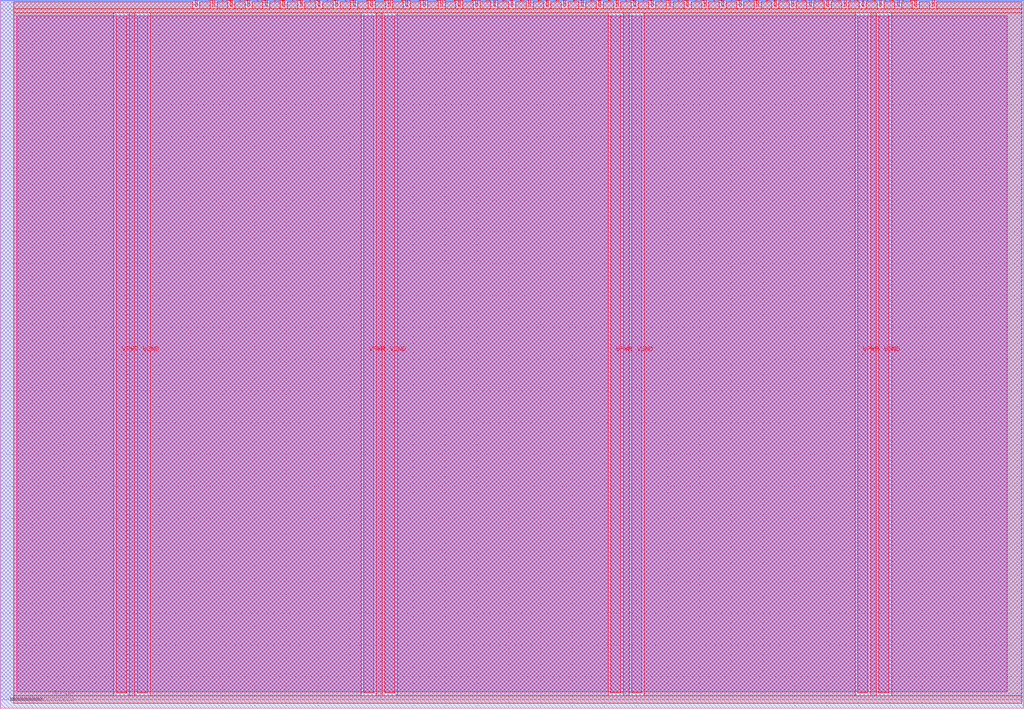
<source format=lef>
VERSION 5.7 ;
  NOWIREEXTENSIONATPIN ON ;
  DIVIDERCHAR "/" ;
  BUSBITCHARS "[]" ;
MACRO tt_um_dlmiles_dffram32x8_2r1w
  CLASS BLOCK ;
  FOREIGN tt_um_dlmiles_dffram32x8_2r1w ;
  ORIGIN 0.000 0.000 ;
  SIZE 161.000 BY 111.520 ;
  PIN VGND
    DIRECTION INOUT ;
    USE GROUND ;
    PORT
      LAYER met4 ;
        RECT 21.580 2.480 23.180 109.040 ;
    END
    PORT
      LAYER met4 ;
        RECT 60.450 2.480 62.050 109.040 ;
    END
    PORT
      LAYER met4 ;
        RECT 99.320 2.480 100.920 109.040 ;
    END
    PORT
      LAYER met4 ;
        RECT 138.190 2.480 139.790 109.040 ;
    END
  END VGND
  PIN VPWR
    DIRECTION INOUT ;
    USE POWER ;
    PORT
      LAYER met4 ;
        RECT 18.280 2.480 19.880 109.040 ;
    END
    PORT
      LAYER met4 ;
        RECT 57.150 2.480 58.750 109.040 ;
    END
    PORT
      LAYER met4 ;
        RECT 96.020 2.480 97.620 109.040 ;
    END
    PORT
      LAYER met4 ;
        RECT 134.890 2.480 136.490 109.040 ;
    END
  END VPWR
  PIN clk
    DIRECTION INPUT ;
    USE SIGNAL ;
    ANTENNAGATEAREA 0.852000 ;
    PORT
      LAYER met4 ;
        RECT 143.830 110.520 144.130 111.520 ;
    END
  END clk
  PIN ena
    DIRECTION INPUT ;
    USE SIGNAL ;
    PORT
      LAYER met4 ;
        RECT 146.590 110.520 146.890 111.520 ;
    END
  END ena
  PIN rst_n
    DIRECTION INPUT ;
    USE SIGNAL ;
    ANTENNAGATEAREA 0.196500 ;
    ANTENNADIFFAREA 0.434700 ;
    PORT
      LAYER met4 ;
        RECT 141.070 110.520 141.370 111.520 ;
    END
  END rst_n
  PIN ui_in[0]
    DIRECTION INPUT ;
    USE SIGNAL ;
    ANTENNAGATEAREA 0.196500 ;
    ANTENNADIFFAREA 0.434700 ;
    PORT
      LAYER met4 ;
        RECT 138.310 110.520 138.610 111.520 ;
    END
  END ui_in[0]
  PIN ui_in[1]
    DIRECTION INPUT ;
    USE SIGNAL ;
    ANTENNAGATEAREA 0.196500 ;
    PORT
      LAYER met4 ;
        RECT 135.550 110.520 135.850 111.520 ;
    END
  END ui_in[1]
  PIN ui_in[2]
    DIRECTION INPUT ;
    USE SIGNAL ;
    ANTENNAGATEAREA 0.196500 ;
    ANTENNADIFFAREA 0.434700 ;
    PORT
      LAYER met4 ;
        RECT 132.790 110.520 133.090 111.520 ;
    END
  END ui_in[2]
  PIN ui_in[3]
    DIRECTION INPUT ;
    USE SIGNAL ;
    ANTENNAGATEAREA 0.196500 ;
    PORT
      LAYER met4 ;
        RECT 130.030 110.520 130.330 111.520 ;
    END
  END ui_in[3]
  PIN ui_in[4]
    DIRECTION INPUT ;
    USE SIGNAL ;
    ANTENNAGATEAREA 0.213000 ;
    ANTENNADIFFAREA 0.434700 ;
    PORT
      LAYER met4 ;
        RECT 127.270 110.520 127.570 111.520 ;
    END
  END ui_in[4]
  PIN ui_in[5]
    DIRECTION INPUT ;
    USE SIGNAL ;
    ANTENNAGATEAREA 0.196500 ;
    ANTENNADIFFAREA 0.434700 ;
    PORT
      LAYER met4 ;
        RECT 124.510 110.520 124.810 111.520 ;
    END
  END ui_in[5]
  PIN ui_in[6]
    DIRECTION INPUT ;
    USE SIGNAL ;
    ANTENNAGATEAREA 0.196500 ;
    ANTENNADIFFAREA 0.434700 ;
    PORT
      LAYER met4 ;
        RECT 121.750 110.520 122.050 111.520 ;
    END
  END ui_in[6]
  PIN ui_in[7]
    DIRECTION INPUT ;
    USE SIGNAL ;
    ANTENNAGATEAREA 0.213000 ;
    ANTENNADIFFAREA 0.434700 ;
    PORT
      LAYER met4 ;
        RECT 118.990 110.520 119.290 111.520 ;
    END
  END ui_in[7]
  PIN uio_in[0]
    DIRECTION INPUT ;
    USE SIGNAL ;
    ANTENNAGATEAREA 0.126000 ;
    ANTENNADIFFAREA 0.434700 ;
    PORT
      LAYER met4 ;
        RECT 116.230 110.520 116.530 111.520 ;
    END
  END uio_in[0]
  PIN uio_in[1]
    DIRECTION INPUT ;
    USE SIGNAL ;
    ANTENNAGATEAREA 0.126000 ;
    PORT
      LAYER met4 ;
        RECT 113.470 110.520 113.770 111.520 ;
    END
  END uio_in[1]
  PIN uio_in[2]
    DIRECTION INPUT ;
    USE SIGNAL ;
    ANTENNAGATEAREA 0.126000 ;
    PORT
      LAYER met4 ;
        RECT 110.710 110.520 111.010 111.520 ;
    END
  END uio_in[2]
  PIN uio_in[3]
    DIRECTION INPUT ;
    USE SIGNAL ;
    ANTENNAGATEAREA 0.213000 ;
    PORT
      LAYER met4 ;
        RECT 107.950 110.520 108.250 111.520 ;
    END
  END uio_in[3]
  PIN uio_in[4]
    DIRECTION INPUT ;
    USE SIGNAL ;
    ANTENNAGATEAREA 0.213000 ;
    PORT
      LAYER met4 ;
        RECT 105.190 110.520 105.490 111.520 ;
    END
  END uio_in[4]
  PIN uio_in[5]
    DIRECTION INPUT ;
    USE SIGNAL ;
    ANTENNAGATEAREA 0.159000 ;
    ANTENNADIFFAREA 0.434700 ;
    PORT
      LAYER met4 ;
        RECT 102.430 110.520 102.730 111.520 ;
    END
  END uio_in[5]
  PIN uio_in[6]
    DIRECTION INPUT ;
    USE SIGNAL ;
    ANTENNAGATEAREA 0.196500 ;
    PORT
      LAYER met4 ;
        RECT 99.670 110.520 99.970 111.520 ;
    END
  END uio_in[6]
  PIN uio_in[7]
    DIRECTION INPUT ;
    USE SIGNAL ;
    ANTENNAGATEAREA 0.213000 ;
    ANTENNADIFFAREA 0.434700 ;
    PORT
      LAYER met4 ;
        RECT 96.910 110.520 97.210 111.520 ;
    END
  END uio_in[7]
  PIN uio_oe[0]
    DIRECTION OUTPUT ;
    USE SIGNAL ;
    PORT
      LAYER met4 ;
        RECT 49.990 110.520 50.290 111.520 ;
    END
  END uio_oe[0]
  PIN uio_oe[1]
    DIRECTION OUTPUT ;
    USE SIGNAL ;
    PORT
      LAYER met4 ;
        RECT 47.230 110.520 47.530 111.520 ;
    END
  END uio_oe[1]
  PIN uio_oe[2]
    DIRECTION OUTPUT ;
    USE SIGNAL ;
    PORT
      LAYER met4 ;
        RECT 44.470 110.520 44.770 111.520 ;
    END
  END uio_oe[2]
  PIN uio_oe[3]
    DIRECTION OUTPUT ;
    USE SIGNAL ;
    PORT
      LAYER met4 ;
        RECT 41.710 110.520 42.010 111.520 ;
    END
  END uio_oe[3]
  PIN uio_oe[4]
    DIRECTION OUTPUT ;
    USE SIGNAL ;
    PORT
      LAYER met4 ;
        RECT 38.950 110.520 39.250 111.520 ;
    END
  END uio_oe[4]
  PIN uio_oe[5]
    DIRECTION OUTPUT ;
    USE SIGNAL ;
    PORT
      LAYER met4 ;
        RECT 36.190 110.520 36.490 111.520 ;
    END
  END uio_oe[5]
  PIN uio_oe[6]
    DIRECTION OUTPUT ;
    USE SIGNAL ;
    PORT
      LAYER met4 ;
        RECT 33.430 110.520 33.730 111.520 ;
    END
  END uio_oe[6]
  PIN uio_oe[7]
    DIRECTION OUTPUT ;
    USE SIGNAL ;
    PORT
      LAYER met4 ;
        RECT 30.670 110.520 30.970 111.520 ;
    END
  END uio_oe[7]
  PIN uio_out[0]
    DIRECTION OUTPUT ;
    USE SIGNAL ;
    PORT
      LAYER met4 ;
        RECT 72.070 110.520 72.370 111.520 ;
    END
  END uio_out[0]
  PIN uio_out[1]
    DIRECTION OUTPUT ;
    USE SIGNAL ;
    PORT
      LAYER met4 ;
        RECT 69.310 110.520 69.610 111.520 ;
    END
  END uio_out[1]
  PIN uio_out[2]
    DIRECTION OUTPUT ;
    USE SIGNAL ;
    PORT
      LAYER met4 ;
        RECT 66.550 110.520 66.850 111.520 ;
    END
  END uio_out[2]
  PIN uio_out[3]
    DIRECTION OUTPUT ;
    USE SIGNAL ;
    PORT
      LAYER met4 ;
        RECT 63.790 110.520 64.090 111.520 ;
    END
  END uio_out[3]
  PIN uio_out[4]
    DIRECTION OUTPUT ;
    USE SIGNAL ;
    PORT
      LAYER met4 ;
        RECT 61.030 110.520 61.330 111.520 ;
    END
  END uio_out[4]
  PIN uio_out[5]
    DIRECTION OUTPUT ;
    USE SIGNAL ;
    PORT
      LAYER met4 ;
        RECT 58.270 110.520 58.570 111.520 ;
    END
  END uio_out[5]
  PIN uio_out[6]
    DIRECTION OUTPUT ;
    USE SIGNAL ;
    PORT
      LAYER met4 ;
        RECT 55.510 110.520 55.810 111.520 ;
    END
  END uio_out[6]
  PIN uio_out[7]
    DIRECTION OUTPUT ;
    USE SIGNAL ;
    PORT
      LAYER met4 ;
        RECT 52.750 110.520 53.050 111.520 ;
    END
  END uio_out[7]
  PIN uo_out[0]
    DIRECTION OUTPUT ;
    USE SIGNAL ;
    ANTENNADIFFAREA 0.891000 ;
    PORT
      LAYER met4 ;
        RECT 94.150 110.520 94.450 111.520 ;
    END
  END uo_out[0]
  PIN uo_out[1]
    DIRECTION OUTPUT ;
    USE SIGNAL ;
    ANTENNADIFFAREA 0.891000 ;
    PORT
      LAYER met4 ;
        RECT 91.390 110.520 91.690 111.520 ;
    END
  END uo_out[1]
  PIN uo_out[2]
    DIRECTION OUTPUT ;
    USE SIGNAL ;
    ANTENNADIFFAREA 0.891000 ;
    PORT
      LAYER met4 ;
        RECT 88.630 110.520 88.930 111.520 ;
    END
  END uo_out[2]
  PIN uo_out[3]
    DIRECTION OUTPUT ;
    USE SIGNAL ;
    ANTENNADIFFAREA 0.891000 ;
    PORT
      LAYER met4 ;
        RECT 85.870 110.520 86.170 111.520 ;
    END
  END uo_out[3]
  PIN uo_out[4]
    DIRECTION OUTPUT ;
    USE SIGNAL ;
    ANTENNADIFFAREA 0.445500 ;
    PORT
      LAYER met4 ;
        RECT 83.110 110.520 83.410 111.520 ;
    END
  END uo_out[4]
  PIN uo_out[5]
    DIRECTION OUTPUT ;
    USE SIGNAL ;
    ANTENNADIFFAREA 0.891000 ;
    PORT
      LAYER met4 ;
        RECT 80.350 110.520 80.650 111.520 ;
    END
  END uo_out[5]
  PIN uo_out[6]
    DIRECTION OUTPUT ;
    USE SIGNAL ;
    ANTENNADIFFAREA 0.891000 ;
    PORT
      LAYER met4 ;
        RECT 77.590 110.520 77.890 111.520 ;
    END
  END uo_out[6]
  PIN uo_out[7]
    DIRECTION OUTPUT ;
    USE SIGNAL ;
    ANTENNADIFFAREA 0.891000 ;
    PORT
      LAYER met4 ;
        RECT 74.830 110.520 75.130 111.520 ;
    END
  END uo_out[7]
  OBS
      LAYER nwell ;
        RECT 2.570 2.635 158.430 108.990 ;
      LAYER li1 ;
        RECT 2.760 2.635 158.240 108.885 ;
      LAYER met1 ;
        RECT 0.070 1.400 160.930 111.480 ;
      LAYER met2 ;
        RECT 0.090 0.155 160.910 111.510 ;
      LAYER met3 ;
        RECT 0.065 0.175 160.935 111.345 ;
      LAYER met4 ;
        RECT 2.135 110.120 30.270 111.170 ;
        RECT 31.370 110.120 33.030 111.170 ;
        RECT 34.130 110.120 35.790 111.170 ;
        RECT 36.890 110.120 38.550 111.170 ;
        RECT 39.650 110.120 41.310 111.170 ;
        RECT 42.410 110.120 44.070 111.170 ;
        RECT 45.170 110.120 46.830 111.170 ;
        RECT 47.930 110.120 49.590 111.170 ;
        RECT 50.690 110.120 52.350 111.170 ;
        RECT 53.450 110.120 55.110 111.170 ;
        RECT 56.210 110.120 57.870 111.170 ;
        RECT 58.970 110.120 60.630 111.170 ;
        RECT 61.730 110.120 63.390 111.170 ;
        RECT 64.490 110.120 66.150 111.170 ;
        RECT 67.250 110.120 68.910 111.170 ;
        RECT 70.010 110.120 71.670 111.170 ;
        RECT 72.770 110.120 74.430 111.170 ;
        RECT 75.530 110.120 77.190 111.170 ;
        RECT 78.290 110.120 79.950 111.170 ;
        RECT 81.050 110.120 82.710 111.170 ;
        RECT 83.810 110.120 85.470 111.170 ;
        RECT 86.570 110.120 88.230 111.170 ;
        RECT 89.330 110.120 90.990 111.170 ;
        RECT 92.090 110.120 93.750 111.170 ;
        RECT 94.850 110.120 96.510 111.170 ;
        RECT 97.610 110.120 99.270 111.170 ;
        RECT 100.370 110.120 102.030 111.170 ;
        RECT 103.130 110.120 104.790 111.170 ;
        RECT 105.890 110.120 107.550 111.170 ;
        RECT 108.650 110.120 110.310 111.170 ;
        RECT 111.410 110.120 113.070 111.170 ;
        RECT 114.170 110.120 115.830 111.170 ;
        RECT 116.930 110.120 118.590 111.170 ;
        RECT 119.690 110.120 121.350 111.170 ;
        RECT 122.450 110.120 124.110 111.170 ;
        RECT 125.210 110.120 126.870 111.170 ;
        RECT 127.970 110.120 129.630 111.170 ;
        RECT 130.730 110.120 132.390 111.170 ;
        RECT 133.490 110.120 135.150 111.170 ;
        RECT 136.250 110.120 137.910 111.170 ;
        RECT 139.010 110.120 140.670 111.170 ;
        RECT 141.770 110.120 143.430 111.170 ;
        RECT 144.530 110.120 146.190 111.170 ;
        RECT 147.290 110.120 160.705 111.170 ;
        RECT 2.135 109.440 160.705 110.120 ;
        RECT 2.135 2.080 17.880 109.440 ;
        RECT 20.280 2.080 21.180 109.440 ;
        RECT 23.580 2.080 56.750 109.440 ;
        RECT 59.150 2.080 60.050 109.440 ;
        RECT 62.450 2.080 95.620 109.440 ;
        RECT 98.020 2.080 98.920 109.440 ;
        RECT 101.320 2.080 134.490 109.440 ;
        RECT 136.890 2.080 137.790 109.440 ;
        RECT 140.190 2.080 160.705 109.440 ;
        RECT 2.135 0.855 160.705 2.080 ;
  END
END tt_um_dlmiles_dffram32x8_2r1w
END LIBRARY


</source>
